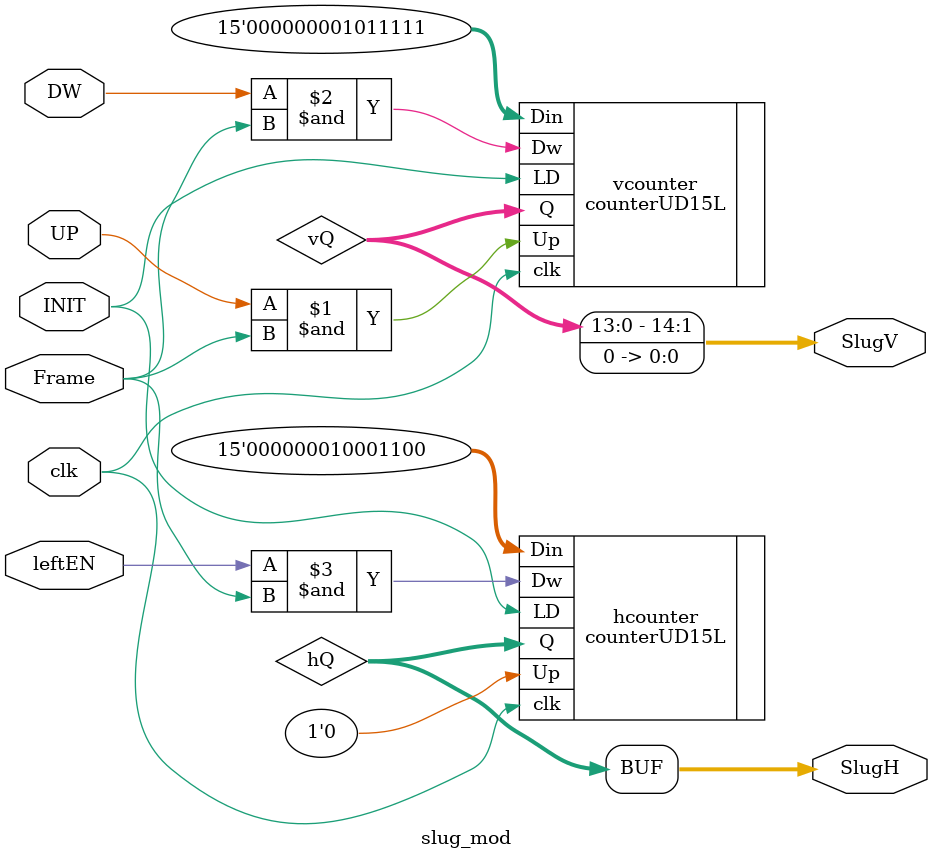
<source format=v>
`timescale 1ns / 1ps


module slug_mod(
    input clk,
    input UP,
    input DW,
    input leftEN,
    input Frame,
    input INIT,
    output [14:0] SlugH,
    output [14:0] SlugV
    );
    wire [14:0] vQ, hQ;
    //slug starts at V300
    counterUD15L vcounter(.clk(clk), .Up(UP & Frame), .Dw(DW & Frame), .LD(INIT), .Din(15'd95), .Q(vQ));
    counterUD15L hcounter(.clk(clk), .Up(1'b0), .Dw(leftEN & Frame), .LD(INIT), .Din(15'd140), .Q(hQ));
    
    assign SlugV = vQ << 1;
    assign SlugH = hQ;
    
endmodule

</source>
